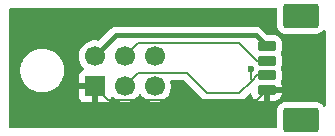
<source format=gbr>
%TF.GenerationSoftware,KiCad,Pcbnew,9.0.2*%
%TF.CreationDate,2025-06-18T16:38:02-05:00*%
%TF.ProjectId,satelliteSAO,73617465-6c6c-4697-9465-53414f2e6b69,rev?*%
%TF.SameCoordinates,Original*%
%TF.FileFunction,Copper,L2,Bot*%
%TF.FilePolarity,Positive*%
%FSLAX46Y46*%
G04 Gerber Fmt 4.6, Leading zero omitted, Abs format (unit mm)*
G04 Created by KiCad (PCBNEW 9.0.2) date 2025-06-18 16:38:02*
%MOMM*%
%LPD*%
G01*
G04 APERTURE LIST*
G04 Aperture macros list*
%AMRoundRect*
0 Rectangle with rounded corners*
0 $1 Rounding radius*
0 $2 $3 $4 $5 $6 $7 $8 $9 X,Y pos of 4 corners*
0 Add a 4 corners polygon primitive as box body*
4,1,4,$2,$3,$4,$5,$6,$7,$8,$9,$2,$3,0*
0 Add four circle primitives for the rounded corners*
1,1,$1+$1,$2,$3*
1,1,$1+$1,$4,$5*
1,1,$1+$1,$6,$7*
1,1,$1+$1,$8,$9*
0 Add four rect primitives between the rounded corners*
20,1,$1+$1,$2,$3,$4,$5,0*
20,1,$1+$1,$4,$5,$6,$7,0*
20,1,$1+$1,$6,$7,$8,$9,0*
20,1,$1+$1,$8,$9,$2,$3,0*%
G04 Aperture macros list end*
%TA.AperFunction,ComponentPad*%
%ADD10R,1.700000X1.700000*%
%TD*%
%TA.AperFunction,ComponentPad*%
%ADD11C,1.700000*%
%TD*%
%TA.AperFunction,SMDPad,CuDef*%
%ADD12RoundRect,0.200000X-0.600000X0.200000X-0.600000X-0.200000X0.600000X-0.200000X0.600000X0.200000X0*%
%TD*%
%TA.AperFunction,SMDPad,CuDef*%
%ADD13RoundRect,0.250001X-1.249999X0.799999X-1.249999X-0.799999X1.249999X-0.799999X1.249999X0.799999X0*%
%TD*%
%TA.AperFunction,ViaPad*%
%ADD14C,0.600000*%
%TD*%
%TA.AperFunction,Conductor*%
%ADD15C,0.200000*%
%TD*%
%TA.AperFunction,Conductor*%
%ADD16C,0.400000*%
%TD*%
G04 APERTURE END LIST*
D10*
%TO.P,J4,1,Pin_1*%
%TO.N,VSS*%
X150660000Y-99940000D03*
D11*
%TO.P,J4,2,Pin_2*%
%TO.N,3v3*%
X150660000Y-97400000D03*
%TO.P,J4,3,Pin_3*%
%TO.N,SCL2*%
X153200000Y-99940000D03*
%TO.P,J4,4,Pin_4*%
%TO.N,SDA2*%
X153200000Y-97400000D03*
%TO.P,J4,5,Pin_5*%
%TO.N,unconnected-(J4-Pin_5-Pad5)*%
X155740000Y-99940000D03*
%TO.P,J4,6,Pin_6*%
%TO.N,unconnected-(J4-Pin_6-Pad6)*%
X155740000Y-97400000D03*
%TD*%
D12*
%TO.P,J6,1,Pin_1*%
%TO.N,3v3*%
X165200000Y-96525000D03*
%TO.P,J6,2,Pin_2*%
%TO.N,SDA2*%
X165200000Y-97775000D03*
%TO.P,J6,3,Pin_3*%
%TO.N,SCL2*%
X165200000Y-99025000D03*
%TO.P,J6,4,Pin_4*%
%TO.N,VSS*%
X165200000Y-100275000D03*
D13*
%TO.P,J6,MP*%
%TO.N,N/C*%
X168100000Y-93975000D03*
X168100000Y-102825000D03*
%TD*%
D14*
%TO.N,SCL2*%
X163850000Y-98450000D03*
%TD*%
D15*
%TO.N,SCL2*%
X163850000Y-98450000D02*
X163850000Y-99350000D01*
X163962500Y-99462500D02*
X164400000Y-99025000D01*
X163850000Y-99350000D02*
X163962500Y-99462500D01*
D16*
%TO.N,3v3*%
X152460000Y-95600000D02*
X164275000Y-95600000D01*
D15*
%TO.N,SCL2*%
X162874000Y-100551000D02*
X163962500Y-99462500D01*
%TO.N,SDA2*%
X162874000Y-96249000D02*
X164400000Y-97775000D01*
%TO.N,VSS*%
X151811000Y-101091000D02*
X164384000Y-101091000D01*
X164384000Y-101091000D02*
X165200000Y-100275000D01*
X150660000Y-99940000D02*
X151811000Y-101091000D01*
%TO.N,SDA2*%
X164400000Y-97775000D02*
X165200000Y-97775000D01*
X154351000Y-96249000D02*
X162874000Y-96249000D01*
X153200000Y-97400000D02*
X154351000Y-96249000D01*
D16*
%TO.N,3v3*%
X150660000Y-97400000D02*
X152460000Y-95600000D01*
X164275000Y-95600000D02*
X165200000Y-96525000D01*
D15*
%TO.N,SCL2*%
X154351000Y-98789000D02*
X158429869Y-98789000D01*
X153200000Y-99940000D02*
X154351000Y-98789000D01*
X158429869Y-98789000D02*
X160191869Y-100551000D01*
X164400000Y-99025000D02*
X165200000Y-99025000D01*
X160191869Y-100551000D02*
X162874000Y-100551000D01*
%TD*%
%TA.AperFunction,Conductor*%
%TO.N,VSS*%
G36*
X166042539Y-93320185D02*
G01*
X166088294Y-93372989D01*
X166099500Y-93424500D01*
X166099500Y-94825015D01*
X166110000Y-94927795D01*
X166110001Y-94927797D01*
X166127042Y-94979222D01*
X166165186Y-95094335D01*
X166165187Y-95094337D01*
X166257286Y-95243651D01*
X166257289Y-95243655D01*
X166381344Y-95367710D01*
X166381348Y-95367713D01*
X166530662Y-95459812D01*
X166530664Y-95459813D01*
X166530666Y-95459814D01*
X166697203Y-95514999D01*
X166799992Y-95525500D01*
X166799997Y-95525500D01*
X169400003Y-95525500D01*
X169400008Y-95525500D01*
X169502797Y-95514999D01*
X169669334Y-95459814D01*
X169818655Y-95367711D01*
X169942711Y-95243655D01*
X169969962Y-95199473D01*
X170021909Y-95152751D01*
X170090872Y-95141528D01*
X170154954Y-95169372D01*
X170193810Y-95227441D01*
X170199500Y-95264572D01*
X170199500Y-101535427D01*
X170179815Y-101602466D01*
X170127011Y-101648221D01*
X170057853Y-101658165D01*
X169994297Y-101629140D01*
X169969962Y-101600525D01*
X169942711Y-101556345D01*
X169818655Y-101432289D01*
X169818651Y-101432286D01*
X169669337Y-101340187D01*
X169669335Y-101340186D01*
X169586065Y-101312593D01*
X169502797Y-101285001D01*
X169502795Y-101285000D01*
X169400015Y-101274500D01*
X169400008Y-101274500D01*
X166799992Y-101274500D01*
X166799984Y-101274500D01*
X166697204Y-101285000D01*
X166697203Y-101285001D01*
X166530664Y-101340186D01*
X166530662Y-101340187D01*
X166381348Y-101432286D01*
X166381344Y-101432289D01*
X166257289Y-101556344D01*
X166257286Y-101556348D01*
X166165187Y-101705662D01*
X166165186Y-101705664D01*
X166110001Y-101872203D01*
X166110000Y-101872204D01*
X166099500Y-101974984D01*
X166099500Y-103375500D01*
X166079815Y-103442539D01*
X166027011Y-103488294D01*
X165975500Y-103499500D01*
X143524500Y-103499500D01*
X143457461Y-103479815D01*
X143411706Y-103427011D01*
X143400500Y-103375500D01*
X143400500Y-98478711D01*
X144349500Y-98478711D01*
X144349500Y-98721288D01*
X144381041Y-98960874D01*
X144381162Y-98961789D01*
X144386744Y-98982620D01*
X144443947Y-99196104D01*
X144497862Y-99326266D01*
X144536776Y-99420212D01*
X144658064Y-99630289D01*
X144658066Y-99630292D01*
X144658067Y-99630293D01*
X144805733Y-99822736D01*
X144805739Y-99822743D01*
X144977256Y-99994260D01*
X144977263Y-99994266D01*
X145068143Y-100064000D01*
X145169711Y-100141936D01*
X145379788Y-100263224D01*
X145603900Y-100356054D01*
X145838211Y-100418838D01*
X146018586Y-100442584D01*
X146078711Y-100450500D01*
X146078712Y-100450500D01*
X146321289Y-100450500D01*
X146369388Y-100444167D01*
X146561789Y-100418838D01*
X146796100Y-100356054D01*
X147020212Y-100263224D01*
X147230289Y-100141936D01*
X147319734Y-100073302D01*
X147362794Y-100040262D01*
X147407671Y-100005826D01*
X147422738Y-99994265D01*
X147594265Y-99822738D01*
X147741936Y-99630289D01*
X147863224Y-99420212D01*
X147956054Y-99196100D01*
X148018838Y-98961789D01*
X148050500Y-98721288D01*
X148050500Y-98478712D01*
X148018838Y-98238211D01*
X147956054Y-98003900D01*
X147863224Y-97779788D01*
X147741936Y-97569711D01*
X147594265Y-97377262D01*
X147594260Y-97377256D01*
X147510717Y-97293713D01*
X149309500Y-97293713D01*
X149309500Y-97506286D01*
X149336513Y-97676844D01*
X149342754Y-97716243D01*
X149379135Y-97828213D01*
X149408444Y-97918414D01*
X149504951Y-98107820D01*
X149629890Y-98279786D01*
X149743818Y-98393714D01*
X149777303Y-98455037D01*
X149772319Y-98524729D01*
X149730447Y-98580662D01*
X149699471Y-98597577D01*
X149567912Y-98646646D01*
X149567906Y-98646649D01*
X149452812Y-98732809D01*
X149452809Y-98732812D01*
X149366649Y-98847906D01*
X149366645Y-98847913D01*
X149316403Y-98982620D01*
X149316401Y-98982627D01*
X149310000Y-99042155D01*
X149310000Y-99690000D01*
X150226988Y-99690000D01*
X150194075Y-99747007D01*
X150160000Y-99874174D01*
X150160000Y-100005826D01*
X150194075Y-100132993D01*
X150226988Y-100190000D01*
X149310000Y-100190000D01*
X149310000Y-100837844D01*
X149316401Y-100897372D01*
X149316403Y-100897379D01*
X149366645Y-101032086D01*
X149366649Y-101032093D01*
X149452809Y-101147187D01*
X149452812Y-101147190D01*
X149567906Y-101233350D01*
X149567913Y-101233354D01*
X149702620Y-101283596D01*
X149702627Y-101283598D01*
X149762155Y-101289999D01*
X149762172Y-101290000D01*
X150410000Y-101290000D01*
X150410000Y-100373012D01*
X150467007Y-100405925D01*
X150594174Y-100440000D01*
X150725826Y-100440000D01*
X150852993Y-100405925D01*
X150910000Y-100373012D01*
X150910000Y-101290000D01*
X151557828Y-101290000D01*
X151557844Y-101289999D01*
X151617372Y-101283598D01*
X151617379Y-101283596D01*
X151752086Y-101233354D01*
X151752093Y-101233350D01*
X151867187Y-101147190D01*
X151867190Y-101147187D01*
X151953350Y-101032093D01*
X151953354Y-101032086D01*
X152002422Y-100900529D01*
X152044293Y-100844595D01*
X152109757Y-100820178D01*
X152178030Y-100835030D01*
X152206285Y-100856181D01*
X152320213Y-100970109D01*
X152492179Y-101095048D01*
X152492181Y-101095049D01*
X152492184Y-101095051D01*
X152681588Y-101191557D01*
X152883757Y-101257246D01*
X153093713Y-101290500D01*
X153093714Y-101290500D01*
X153306286Y-101290500D01*
X153306287Y-101290500D01*
X153516243Y-101257246D01*
X153718412Y-101191557D01*
X153907816Y-101095051D01*
X153994471Y-101032093D01*
X154079786Y-100970109D01*
X154079788Y-100970106D01*
X154079792Y-100970104D01*
X154230104Y-100819792D01*
X154230106Y-100819788D01*
X154230109Y-100819786D01*
X154355048Y-100647820D01*
X154355047Y-100647820D01*
X154355051Y-100647816D01*
X154359514Y-100639054D01*
X154407488Y-100588259D01*
X154475308Y-100571463D01*
X154541444Y-100593999D01*
X154580486Y-100639056D01*
X154584951Y-100647820D01*
X154709890Y-100819786D01*
X154860213Y-100970109D01*
X155032179Y-101095048D01*
X155032181Y-101095049D01*
X155032184Y-101095051D01*
X155221588Y-101191557D01*
X155423757Y-101257246D01*
X155633713Y-101290500D01*
X155633714Y-101290500D01*
X155846286Y-101290500D01*
X155846287Y-101290500D01*
X156056243Y-101257246D01*
X156258412Y-101191557D01*
X156447816Y-101095051D01*
X156534471Y-101032093D01*
X156619786Y-100970109D01*
X156619788Y-100970106D01*
X156619792Y-100970104D01*
X156770104Y-100819792D01*
X156770106Y-100819788D01*
X156770109Y-100819786D01*
X156895048Y-100647820D01*
X156895047Y-100647820D01*
X156895051Y-100647816D01*
X156991557Y-100458412D01*
X157057246Y-100256243D01*
X157090500Y-100046287D01*
X157090500Y-99833713D01*
X157057246Y-99623757D01*
X157033870Y-99551816D01*
X157031876Y-99481977D01*
X157067956Y-99422144D01*
X157130657Y-99391316D01*
X157151802Y-99389500D01*
X158129772Y-99389500D01*
X158196811Y-99409185D01*
X158217453Y-99425819D01*
X159707008Y-100915374D01*
X159707018Y-100915385D01*
X159711348Y-100919715D01*
X159711349Y-100919716D01*
X159823153Y-101031520D01*
X159909964Y-101081639D01*
X159909966Y-101081641D01*
X159960082Y-101110576D01*
X159960084Y-101110577D01*
X160112811Y-101151500D01*
X160112812Y-101151500D01*
X162787331Y-101151500D01*
X162787347Y-101151501D01*
X162794943Y-101151501D01*
X162953054Y-101151501D01*
X162953057Y-101151501D01*
X163105785Y-101110577D01*
X163155904Y-101081639D01*
X163242716Y-101031520D01*
X163354520Y-100919716D01*
X163354520Y-100919714D01*
X163364728Y-100909507D01*
X163364730Y-100909504D01*
X163705709Y-100568524D01*
X163767028Y-100535042D01*
X163836719Y-100540026D01*
X163892653Y-100581897D01*
X163911771Y-100619317D01*
X163956981Y-100764396D01*
X164044927Y-100909877D01*
X164165122Y-101030072D01*
X164310604Y-101118019D01*
X164310603Y-101118019D01*
X164472894Y-101168590D01*
X164472893Y-101168590D01*
X164543427Y-101174999D01*
X164949999Y-101174999D01*
X165450000Y-101174999D01*
X165856581Y-101174999D01*
X165927102Y-101168591D01*
X165927107Y-101168590D01*
X166089396Y-101118018D01*
X166234877Y-101030072D01*
X166355072Y-100909877D01*
X166443019Y-100764395D01*
X166493590Y-100602106D01*
X166500000Y-100531572D01*
X166500000Y-100525000D01*
X165450000Y-100525000D01*
X165450000Y-101174999D01*
X164949999Y-101174999D01*
X164950000Y-101174998D01*
X164950000Y-100399000D01*
X164969685Y-100331961D01*
X165022489Y-100286206D01*
X165074000Y-100275000D01*
X165200000Y-100275000D01*
X165200000Y-100149000D01*
X165219685Y-100081961D01*
X165272489Y-100036206D01*
X165324000Y-100025000D01*
X166499999Y-100025000D01*
X166499999Y-100018417D01*
X166493591Y-99947897D01*
X166493590Y-99947892D01*
X166443018Y-99785603D01*
X166400116Y-99714633D01*
X166382280Y-99647078D01*
X166400115Y-99586335D01*
X166443478Y-99514606D01*
X166494086Y-99352196D01*
X166500500Y-99281616D01*
X166500500Y-98768384D01*
X166494086Y-98697804D01*
X166443478Y-98535394D01*
X166400408Y-98464149D01*
X166382573Y-98396595D01*
X166400409Y-98335850D01*
X166416955Y-98308480D01*
X166443478Y-98264606D01*
X166494086Y-98102196D01*
X166500500Y-98031616D01*
X166500500Y-97518384D01*
X166494086Y-97447804D01*
X166443478Y-97285394D01*
X166400408Y-97214149D01*
X166382573Y-97146595D01*
X166400409Y-97085850D01*
X166443478Y-97014606D01*
X166494086Y-96852196D01*
X166500500Y-96781616D01*
X166500500Y-96268384D01*
X166494086Y-96197804D01*
X166443478Y-96035394D01*
X166355472Y-95889815D01*
X166355470Y-95889813D01*
X166355469Y-95889811D01*
X166235188Y-95769530D01*
X166089606Y-95681522D01*
X165927196Y-95630914D01*
X165927194Y-95630913D01*
X165927192Y-95630913D01*
X165877778Y-95626423D01*
X165856616Y-95624500D01*
X165856613Y-95624500D01*
X165341519Y-95624500D01*
X165274480Y-95604815D01*
X165253838Y-95588181D01*
X164721546Y-95055888D01*
X164721545Y-95055887D01*
X164606807Y-94979222D01*
X164479332Y-94926421D01*
X164479322Y-94926418D01*
X164343996Y-94899500D01*
X164343994Y-94899500D01*
X164343993Y-94899500D01*
X152391007Y-94899500D01*
X152391003Y-94899500D01*
X152293760Y-94918843D01*
X152293758Y-94918843D01*
X152282591Y-94921065D01*
X152255671Y-94926420D01*
X152202866Y-94948292D01*
X152128189Y-94979225D01*
X152128188Y-94979226D01*
X152107199Y-94993249D01*
X152107192Y-94993253D01*
X152013457Y-95055886D01*
X152013453Y-95055889D01*
X151029850Y-96039492D01*
X150968527Y-96072977D01*
X150922772Y-96074284D01*
X150766287Y-96049500D01*
X150553713Y-96049500D01*
X150505042Y-96057208D01*
X150343760Y-96082753D01*
X150141585Y-96148444D01*
X149952179Y-96244951D01*
X149780213Y-96369890D01*
X149629890Y-96520213D01*
X149504951Y-96692179D01*
X149408444Y-96881585D01*
X149342753Y-97083760D01*
X149309500Y-97293713D01*
X147510717Y-97293713D01*
X147422743Y-97205739D01*
X147422736Y-97205733D01*
X147230293Y-97058067D01*
X147230292Y-97058066D01*
X147230289Y-97058064D01*
X147035672Y-96945702D01*
X147020214Y-96936777D01*
X147020205Y-96936773D01*
X146796104Y-96843947D01*
X146561785Y-96781161D01*
X146321289Y-96749500D01*
X146321288Y-96749500D01*
X146078712Y-96749500D01*
X146078711Y-96749500D01*
X145838214Y-96781161D01*
X145603895Y-96843947D01*
X145379794Y-96936773D01*
X145379785Y-96936777D01*
X145249811Y-97011818D01*
X145175533Y-97054703D01*
X145169706Y-97058067D01*
X144977263Y-97205733D01*
X144977256Y-97205739D01*
X144805739Y-97377256D01*
X144805733Y-97377263D01*
X144658067Y-97569706D01*
X144536777Y-97779785D01*
X144536773Y-97779794D01*
X144443947Y-98003895D01*
X144381161Y-98238214D01*
X144349500Y-98478711D01*
X143400500Y-98478711D01*
X143400500Y-93424500D01*
X143420185Y-93357461D01*
X143472989Y-93311706D01*
X143524500Y-93300500D01*
X165975500Y-93300500D01*
X166042539Y-93320185D01*
G37*
%TD.AperFunction*%
%TD*%
M02*

</source>
